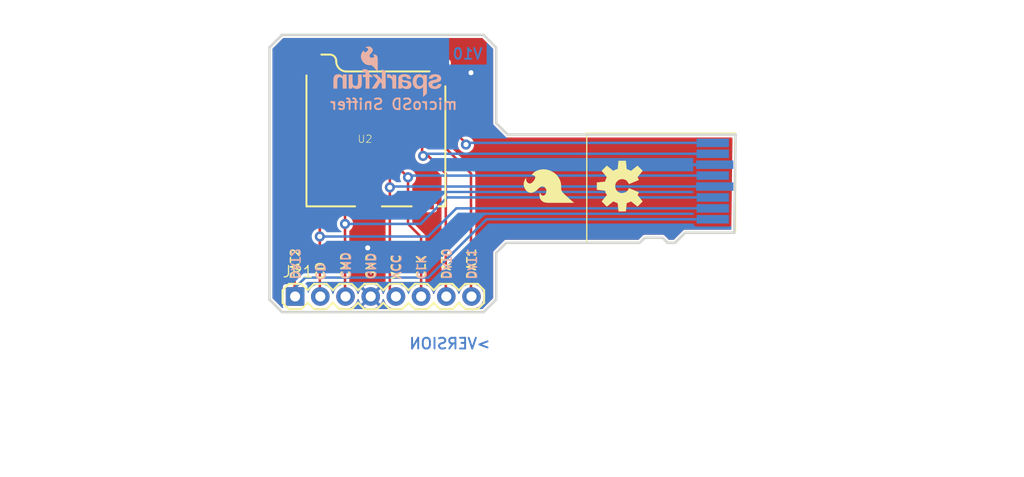
<source format=kicad_pcb>
(kicad_pcb (version 20211014) (generator pcbnew)
  (layers (0 "F.Cu" signal) (1 "In1.Cu" signal) (2 "In2.Cu" signal) (3 "In3.Cu" signal) (4 "In4.Cu" signal) (5 "In5.Cu" signal) (6 "In6.Cu" signal) (7 "In7.Cu" signal) (8 "In8.Cu" signal) (9 "In9.Cu" signal) (10 "In10.Cu" signal) (11 "In11.Cu" signal) (12 "In12.Cu" signal) (13 "In13.Cu" signal) (14 "In14.Cu" signal) (31 "B.Cu" signal) (34 "B.Paste" user) (35 "F.Paste" user) (36 "B.SilkS" user "B.Silkscreen") (37 "F.SilkS" user "F.Silkscreen") (38 "B.Mask" user) (39 "F.Mask" user) (44 "Edge.Cuts" user))
  (net 0 "")
  (net 1 "GND")
  (net 2 "VCC")
  (net 3 "DAT1")
  (net 4 "DAT0")
  (net 5 "CLK")
  (net 6 "CMD")
  (net 7 "CD/DAT3")
  (net 8 "DAT2")
  (footprint "eagleBoard:FIDUCIAL-1X2" (layer "F.Cu") (at 126.2761 93.5736)
    (fp_text reference "FID1" hide)
    (fp_text value "FIDUCIAL1X2" hide)
    (pad "1" smd roundrect (at 0 0) (size 1 1) (layers "F.Cu" "F.Mask") (roundrect_rratio 0.5))
  )
  (footprint "eagleBoard:MICRO-SDCARD" (layer "F.Cu") (at 171.9961 111.0742 90)
    (fp_text reference "U1" hide)
    (fp_text value "MICRO-SDCARD" hide)
    (fp_line (start -0.84 -15) (end -0.84 -9.6) (layer "F.SilkS") (width 0.127))
    (fp_line (start 10.16 -15) (end -0.84 -15) (layer "F.SilkS") (width 0.127))
    (fp_line (start -0.84 -9.6) (end -0.44 -9.2) (layer "F.SilkS") (width 0.127))
    (fp_line (start -0.84 -6) (end 0.16 -5) (layer "F.SilkS") (width 0.127))
    (fp_line (start 0.16 -5) (end 0.16 0) (layer "F.SilkS") (width 0.127))
    (fp_line (start -0.84 -7) (end -0.84 -6) (layer "F.SilkS") (width 0.127))
    (fp_line (start -0.44 -9.2) (end -0.44 -7.4) (layer "F.SilkS") (width 0.127))
    (fp_line (start -0.44 -7.4) (end -0.84 -7) (layer "F.SilkS") (width 0.127))
    (fp_line (start 10.16 0) (end 10.16 -15) (layer "F.SilkS") (width 0.127))
    (fp_line (start 0.16 0) (end 10.16 0) (layer "F.SilkS") (width 0.127))
    (pad "CD/DAT3" smd rect (at 2.56 -2.3 90) (size 0.85 3.25) (layers "B.Cu" "B.Paste" "B.Mask") (net 7 "CD/DAT3"))
    (pad "CLK" smd rect (at 5.86 -2.3 90) (size 0.85 3.25) (layers "B.Cu" "B.Paste" "B.Mask") (net 5 "CLK"))
    (pad "CMD" smd rect (at 3.66 -2.3 90) (size 0.85 3.25) (layers "B.Cu" "B.Paste" "B.Mask") (net 6 "CMD"))
    (pad "DAT0" smd rect (at 8.06 -2.3 90) (size 0.85 3.25) (layers "B.Cu" "B.Paste" "B.Mask") (net 4 "DAT0"))
    (pad "DAT1" smd rect (at 9.16 -2.3 90) (size 0.85 3.25) (layers "B.Cu" "B.Paste" "B.Mask") (net 3 "DAT1"))
    (pad "DAT2" smd rect (at 1.46 -2.3 90) (size 0.85 3.25) (layers "B.Cu" "B.Paste" "B.Mask") (net 8 "DAT2"))
    (pad "GND" smd rect (at 6.96 -2.1 270) (size 0.85 3.75) (layers "B.Cu" "B.Paste" "B.Mask") (net 1 "GND"))
    (pad "VCC" smd rect (at 4.76 -2.1 90) (size 0.85 3.75) (layers "B.Cu" "B.Paste" "B.Mask") (net 2 "VCC"))
  )
  (footprint "eagleBoard:1X08" (layer "F.Cu") (at 127.5969 117.3988)
    (fp_text reference "JP1" (at -1.3462 -1.8288) (layer "F.SilkS") (effects (font (size 1.143 1.143) (thickness 0.127)) (justify left bottom)))
    (fp_text value "")
    (fp_line (start 15.875 1.27) (end 14.605 1.27) (layer "F.SilkS") (width 0.2032))
    (fp_line (start 17.145 -1.27) (end 18.415 -1.27) (layer "F.SilkS") (width 0.2032))
    (fp_line (start -1.27 -0.635) (end -1.27 0.635) (layer "F.SilkS") (width 0.2032))
    (fp_line (start 3.81 0.635) (end 3.175 1.27) (layer "F.SilkS") (width 0.2032))
    (fp_line (start 9.525 1.27) (end 8.89 0.635) (layer "F.SilkS") (width 0.2032))
    (fp_line (start 18.415 1.27) (end 17.145 1.27) (layer "F.SilkS") (width 0.2032))
    (fp_line (start 10.795 -1.27) (end 11.43 -0.635) (layer "F.SilkS") (width 0.2032))
    (fp_line (start 8.89 -0.635) (end 9.525 -1.27) (layer "F.SilkS") (width 0.2032))
    (fp_line (start 4.445 1.27) (end 3.81 0.635) (layer "F.SilkS") (width 0.2032))
    (fp_line (start 18.415 -1.27) (end 19.05 -0.635) (layer "F.SilkS") (width 0.2032))
    (fp_line (start 19.05 0.635) (end 18.415 1.27) (layer "F.SilkS") (width 0.2032))
    (fp_line (start 13.97 0.635) (end 13.335 1.27) (layer "F.SilkS") (width 0.2032))
    (fp_line (start 10.795 1.27) (end 9.525 1.27) (layer "F.SilkS") (width 0.2032))
    (fp_line (start 13.97 0.635) (end 14.605 1.27) (layer "F.SilkS") (width 0.2032))
    (fp_line (start 12.065 1.27) (end 11.43 0.635) (layer "F.SilkS") (width 0.2032))
    (fp_line (start 4.445 -1.27) (end 5.715 -1.27) (layer "F.SilkS") (width 0.2032))
    (fp_line (start 6.985 -1.27) (end 8.255 -1.27) (layer "F.SilkS") (width 0.2032))
    (fp_line (start 0.635 -1.27) (end 1.27 -0.635) (layer "F.SilkS") (width 0.2032))
    (fp_line (start 8.255 1.27) (end 6.985 1.27) (layer "F.SilkS") (width 0.2032))
    (fp_line (start 16.51 0.635) (end 15.875 1.27) (layer "F.SilkS") (width 0.2032))
    (fp_line (start 11.43 0.635) (end 10.795 1.27) (layer "F.SilkS") (width 0.2032))
    (fp_line (start 3.81 -0.635) (end 4.445 -1.27) (layer "F.SilkS") (width 0.2032))
    (fp_line (start -0.635 -1.27) (end 0.635 -1.27) (layer "F.SilkS") (width 0.2032))
    (fp_line (start 17.145 -1.27) (end 16.51 -0.635) (layer "F.SilkS") (width 0.2032))
    (fp_line (start 8.89 0.635) (end 8.255 1.27) (layer "F.SilkS") (width 0.2032))
    (fp_line (start 1.905 -1.27) (end 3.175 -1.27) (layer "F.SilkS") (width 0.2032))
    (fp_line (start 3.175 1.27) (end 1.905 1.27) (layer "F.SilkS") (width 0.2032))
    (fp_line (start 14.605 -1.27) (end 13.97 -0.635) (layer "F.SilkS") (width 0.2032))
    (fp_line (start 9.525 -1.27) (end 10.795 -1.27) (layer "F.SilkS") (width 0.2032))
    (fp_line (start -0.635 -1.27) (end -1.27 -0.635) (layer "F.SilkS") (width 0.2032))
    (fp_line (start 14.605 -1.27) (end 15.875 -1.27) (layer "F.SilkS") (width 0.2032))
    (fp_line (start 1.27 -0.635) (end 1.905 -1.27) (layer "F.SilkS") (width 0.2032))
    (fp_line (start 1.27 0.635) (end 0.635 1.27) (layer "F.SilkS") (width 0.2032))
    (fp_line (start 0.635 1.27) (end -0.635 1.27) (layer "F.SilkS") (width 0.2032))
    (fp_line (start 6.985 -1.27) (end 6.35 -0.635) (layer "F.SilkS") (width 0.2032))
    (fp_line (start 6.35 0.635) (end 5.715 1.27) (layer "F.SilkS") (width 0.2032))
    (fp_line (start 19.05 -0.635) (end 19.05 0.635) (layer "F.SilkS") (width 0.2032))
    (fp_line (start 6.35 0.635) (end 6.985 1.27) (layer "F.SilkS") (width 0.2032))
    (fp_line (start 13.335 1.27) (end 12.065 1.27) (layer "F.SilkS") (width 0.2032))
    (fp_line (start 1.905 1.27) (end 1.27 0.635) (layer "F.SilkS") (width 0.2032))
    (fp_line (start 8.255 -1.27) (end 8.89 -0.635) (layer "F.SilkS") (width 0.2032))
    (fp_line (start -1.27 0.635) (end -0.635 1.27) (layer "F.SilkS") (width 0.2032))
    (fp_line (start 5.715 -1.27) (end 6.35 -0.635) (layer "F.SilkS") (width 0.2032))
    (fp_line (start 13.335 -1.27) (end 13.97 -0.635) (layer "F.SilkS") (width 0.2032))
    (fp_line (start 5.715 1.27) (end 4.445 1.27) (layer "F.SilkS") (width 0.2032))
    (fp_line (start 11.43 -0.635) (end 12.065 -1.27) (layer "F.SilkS") (width 0.2032))
    (fp_line (start 15.875 -1.27) (end 16.51 -0.635) (layer "F.SilkS") (width 0.2032))
    (fp_line (start 16.51 0.635) (end 17.145 1.27) (layer "F.SilkS") (width 0.2032))
    (fp_line (start 12.065 -1.27) (end 13.335 -1.27) (layer "F.SilkS") (width 0.2032))
    (fp_line (start 3.175 -1.27) (end 3.81 -0.635) (layer "F.SilkS") (width 0.2032))
    (pad "1" thru_hole rect (at 0 0 90) (size 1.8796 1.8796) (drill 1.016) (layers *.Cu *.Mask) (net 8 "DAT2"))
    (pad "2" thru_hole circle (at 2.54 0 90) (size 1.8796 1.8796) (drill 1.016) (layers *.Cu *.Mask) (net 7 "CD/DAT3"))
    (pad "3" thru_hole circle (at 5.08 0 90) (size 1.8796 1.8796) (drill 1.016) (layers *.Cu *.Mask) (net 6 "CMD"))
    (pad "4" thru_hole circle (at 7.62 0 90) (size 1.8796 1.8796) (drill 1.016) (layers *.Cu *.Mask) (net 1 "GND"))
    (pad "5" thru_hole circle (at 10.16 0 90) (size 1.8796 1.8796) (drill 1.016) (layers *.Cu *.Mask) (net 2 "VCC"))
    (pad "6" thru_hole circle (at 12.7 0 90) (size 1.8796 1.8796) (drill 1.016) (layers *.Cu *.Mask) (net 5 "CLK"))
    (pad "7" thru_hole circle (at 15.24 0 90) (size 1.8796 1.8796) (drill 1.016) (layers *.Cu *.Mask) (net 4 "DAT0"))
    (pad "8" thru_hole circle (at 17.78 0 90) (size 1.8796 1.8796) (drill 1.016) (layers *.Cu *.Mask) (net 3 "DAT1"))
  )
  (footprint "eagleBoard:OSHW-LOGO-M" (layer "F.Cu") (at 160.5661 106.2736 90)
    (fp_text reference "LOGO1" hide)
    (fp_text value "OSHW-LOGOM" hide)
    (fp_poly (pts (xy 0.456253 -1.731155) (xy 0.686517 -1.657461) (xy 0.90147 -1.546765) (xy 1.544319 -2.070947) (xy 2.070947 -1.544319) (xy 1.546765 -0.90147) (xy 1.657461 -0.686517) (xy 1.731155 -0.456253) (xy 2.5564 -0.372471) (xy 2.5564 0.372471) (xy 1.726849 0.456691) (xy 1.54403 0.898116) (xy 2.070947 1.544319) (xy 1.544319 2.070947) (xy 0.901485 1.546777) (xy 0.619704 1.692011) (xy 0.20689 0.695413) (xy 0.531536 0.463602) (xy 0.620727 0.335903) (xy 0.680465 0.187343) (xy 0.705181 0.029147) (xy 0.693603 -0.130552) (xy 0.646327 -0.283537) (xy 0.56579 -0.421919) (xy 0.456131 -0.538592) (xy 0.322994 -0.627547) (xy 0.173234 -0.684204) (xy 0.014564 -0.705647) (xy -0.144865 -0.690774) (xy -0.296837 -0.64035) (xy -0.433527 -0.556972) (xy -0.547914 -0.444923) (xy -0.634099 -0.309982) (xy -0.68765 -0.159084) (xy -0.705283 -0.004638) (xy -0.626355 0.324166) (xy -0.536691 0.458355) (xy -0.414859 0.570967) (xy -0.204203 0.688924) (xy -0.618435 1.688948) (xy -0.821394 1.594769) (xy -0.90323 1.5482) (xy -1.544319 2.070947) (xy -2.070947 1.544319) (xy -1.54403 0.898116) (xy -1.726849 0.456691) (xy -2.5564 0.372471) (xy -2.5564 -0.372471) (xy -1.726849 -0.456691) (xy -1.54403 -0.898116) (xy -2.070947 -1.544319) (xy -1.544319 -2.070947) (xy -0.90147 -1.546765) (xy -0.686517 -1.657461) (xy -0.456253 -1.731155) (xy -0.372471 -2.5564) (xy 0.372471 -2.5564)) (layer "F.SilkS") (width 0) (fill solid))
  )
  (footprint "eagleBoard:MICROSD_1_1" (layer "F.Cu") (at 128.770381 108.313222)
    (fp_text reference "U2" (at 5.08 -6.35) (layer "F.SilkS") (effects (font (size 0.747776 0.747776) (thickness 0.065024)) (justify left bottom)))
    (fp_text value "microSD Socket")
    (fp_line (start 2.27 -15.3) (end 1.47 -15.3) (layer "F.SilkS") (width 0.2032))
    (fp_line (start -0.03 0) (end -0.03 -13.2) (layer "F.SilkS") (width 0.2032))
    (fp_line (start -0.03 0) (end 4.87 0) (layer "F.SilkS") (width 0.2032))
    (fp_line (start 10.57 0) (end 7.57 0) (layer "F.SilkS") (width 0.2032))
    (fp_line (start 13.97 0) (end 13.27 0) (layer "F.SilkS") (width 0.2032))
    (fp_line (start 3.97 -13.6) (end 12.37 -13.6) (layer "F.SilkS") (width 0.2032))
    (fp_line (start 13.97 -12.1) (end 13.97 0) (layer "F.SilkS") (width 0.2032))
    (fp_arc (start 2.27 -15.3) (mid 2.780977 -15.110977) (end 2.97 -14.6) (layer "F.SilkS") (width 0.2032))
    (fp_arc (start 3.969998 -13.6) (mid 3.269999 -13.9) (end 2.97 -14.6) (layer "F.SilkS") (width 0.2032))
    (pad "1" smd rect (at 5.095784 -10.919203) (size 0.8 1.5) (layers "F.Cu" "F.Paste" "F.Mask") (net 8 "DAT2"))
    (pad "2" smd rect (at 6.217631 -10.519456) (size 0.8 1.5) (layers "F.Cu" "F.Paste" "F.Mask") (net 7 "CD/DAT3"))
    (pad "3" smd rect (at 7.273687 -10.853415) (size 0.8 1.5) (layers "F.Cu" "F.Paste" "F.Mask") (net 6 "CMD"))
    (pad "4" smd rect (at 8.366575 -10.982296) (size 0.8 1.5) (layers "F.Cu" "F.Paste" "F.Mask") (net 2 "VCC"))
    (pad "5" smd rect (at 9.420856 -10.828015) (size 0.8 1.5) (layers "F.Cu" "F.Paste" "F.Mask") (net 5 "CLK"))
    (pad "6" smd rect (at 10.539143 -10.973153) (size 0.8 1.5) (layers "F.Cu" "F.Paste" "F.Mask") (net 1 "GND"))
    (pad "7" smd rect (at 11.648287 -10.818871) (size 0.8 1.5) (layers "F.Cu" "F.Paste" "F.Mask") (net 4 "DAT0"))
    (pad "8" smd rect (at 12.720856 -10.818871) (size 0.8 1.5) (layers "F.Cu" "F.Paste" "F.Mask") (net 3 "DAT1"))
    (pad "CD1" smd rect (at 11.92 -0.4) (size 1.8 1.4) (layers "F.Cu" "F.Paste" "F.Mask") (net 1 "GND"))
    (pad "CD2" smd rect (at 6.22 -0.4) (size 1.8 1.4) (layers "F.Cu" "F.Paste" "F.Mask") (net 1 "GND"))
    (pad "GND1" smd rect (at 0.497 -14.55) (size 1.4 1.9) (layers "F.Cu" "F.Paste" "F.Mask") (net 1 "GND"))
    (pad "GND3" smd rect (at 13.52 -13.55) (size 1.4 1.9) (layers "F.Cu" "F.Paste" "F.Mask") (net 1 "GND"))
  )
  (footprint "eagleBoard:SFE_LOGO_FLAME_.2" (layer "F.Cu") (at 155.9941 108.3056 90)
    (fp_text reference "LOGO2" hide)
    (fp_text value "SFE_LOGO_FLAME.2_INCH" hide)
    (fp_poly (pts (xy 2.350408 -5.352523) (xy 2.530814 -5.30241) (xy 2.681118 -5.242289) (xy 2.801381 -5.172135) (xy 2.871448 -5.122087) (xy 2.908389 -5.09746) (xy 2.889687 -5.09746) (xy 2.849688 -5.10746) (xy 2.720136 -5.10746) (xy 2.630453 -5.097495) (xy 2.550888 -5.077604) (xy 2.471429 -5.037874) (xy 2.39184 -4.968234) (xy 2.352152 -4.918625) (xy 2.322316 -4.858952) (xy 2.30246 -4.809312) (xy 2.292575 -4.75) (xy 2.302481 -4.690561) (xy 2.322333 -4.621079) (xy 2.362134 -4.561378) (xy 2.412001 -4.481591) (xy 2.461723 -4.431869) (xy 2.531572 -4.371998) (xy 2.671313 -4.272184) (xy 2.750927 -4.232377) (xy 2.890355 -4.19254) (xy 2.959477 -4.19254) (xy 3.028551 -4.222143) (xy 3.077983 -4.271575) (xy 3.107574 -4.320894) (xy 3.127418 -4.439957) (xy 3.11746 -4.489748) (xy 3.11746 -4.554583) (xy 3.281592 -4.452001) (xy 3.452057 -4.281535) (xy 3.582326 -4.041038) (xy 3.682475 -3.760623) (xy 3.732551 -3.430119) (xy 3.71252 -3.079583) (xy 3.612378 -2.71907) (xy 3.422151 -2.348628) (xy 3.281933 -2.168348) (xy 3.13171 -2.00811) (xy 2.961453 -1.877913) (xy 2.771205 -1.757757) (xy 2.570861 -1.667602) (xy 2.350494 -1.607502) (xy 2.110158 -1.57746) (xy 1.720342 -1.57746) (xy 1.610861 -1.547602) (xy 1.501268 -1.497787) (xy 1.401581 -1.428006) (xy 1.301749 -1.338157) (xy 1.191873 -1.228281) (xy 1.081901 -1.098315) (xy 0.951861 -0.958272) (xy 0.831866 -0.828277) (xy 0.721916 -0.708332) (xy 0.62192 -0.588337) (xy 0.531948 -0.488367) (xy 0.461968 -0.398393) (xy 0.401865 -0.328273) (xy 0.362088 -0.288496) (xy 0.34746 -0.25924) (xy 0.34746 -2.840067) (xy 0.357468 -3.030225) (xy 0.377504 -3.190509) (xy 0.417635 -3.330969) (xy 0.477869 -3.441397) (xy 0.548092 -3.531684) (xy 0.628382 -3.611974) (xy 0.718811 -3.67226) (xy 0.819192 -3.712412) (xy 0.929416 -3.742474) (xy 1.029748 -3.76254) (xy 1.210181 -3.76254) (xy 1.280661 -3.752471) (xy 1.330863 -3.73239) (xy 1.360413 -3.72254) (xy 1.376132 -3.72254) (xy 1.361505 -3.707912) (xy 1.341136 -3.697728) (xy 1.301041 -3.677681) (xy 1.251257 -3.657767) (xy 1.211552 -3.627989) (xy 1.161697 -3.588105) (xy 1.121924 -3.548332) (xy 1.09228 -3.508806) (xy 1.07254 -3.449587) (xy 1.07254 -3.380355) (xy 1.092377 -3.310927) (xy 1.122088 -3.251504) (xy 1.181723 -3.191869) (xy 1.251276 -3.132252) (xy 1.340734 -3.102433) (xy 1.450342 -3.07254) (xy 1.609645 -3.07254) (xy 1.748921 -3.112333) (xy 1.868325 -3.191936) (xy 1.957737 -3.291282) (xy 1.99746 -3.420383) (xy 1.99746 -3.559436) (xy 1.927848 -3.708605) (xy 1.79814 -3.858268) (xy 1.628085 -4.028323) (xy 1.497836 -4.198649) (xy 1.407627 -4.379066) (xy 1.35746 -4.549634) (xy 1.35746 -4.720435) (xy 1.417717 -4.891162) (xy 1.528109 -5.051733) (xy 1.69859 -5.192129) (xy 1.929117 -5.312404) (xy 2.149778 -5.362554)) (layer "F.SilkS") (width 0) (fill solid))
  )
  (footprint "eagleBoard:FIDUCIAL-1X2" (layer "F.Cu") (at 147.1041 111.6076)
    (fp_text reference "FID2" hide)
    (fp_text value "FIDUCIAL1X2" hide)
    (pad "1" smd roundrect (at 0 0) (size 1 1) (layers "F.Cu" "F.Mask") (roundrect_rratio 0.5))
  )
  (footprint "eagleBoard:CREATIVE_COMMONS" (layer "F.Cu") (at 118.166622 132.9436)
    (fp_text reference "FRAME1" hide)
    (fp_text value "" hide)
    (fp_text user ">VERSION" (at 29.21 -10.16) (layer "B.Cu") (effects (font (size 1.0795 1.0795) (thickness 0.1905)) (justify left bottom mirror)))
  )
  (footprint "eagleBoard:SFE_LOGO_NAME_FLAME_.1" (layer "B.Cu") (at 142.7861 97.3836 180)
    (fp_text reference "LOGO3" hide)
    (fp_text value "SFE_LOGO_NAME_FLAME.1_INCH" hide)
    (fp_poly (pts (xy 2.850522 2.382511) (xy 2.991123 2.332296) (xy 3.101656 2.261957) (xy 3.192029 2.161542) (xy 3.262327 2.051075) (xy 3.30246 1.920641) (xy 3.332522 1.780352) (xy 3.34272 1.627389) (xy 2.94746 1.637524) (xy 2.94746 1.729845) (xy 2.937517 1.809388) (xy 2.907648 1.889039) (xy 2.87781 1.958661) (xy 2.828285 2.018091) (xy 2.768789 2.057755) (xy 2.699342 2.087518) (xy 2.610018 2.097443) (xy 2.530612 2.087517) (xy 2.451271 2.057764) (xy 2.401787 2.018177) (xy 2.35219 1.958661) (xy 2.322352 1.889039) (xy 2.292483 1.809388) (xy 2.28254 1.729845) (xy 2.28254 1.560312) (xy 2.322414 1.400818) (xy 2.352143 1.331449) (xy 2.401716 1.281876) (xy 2.461214 1.232295) (xy 2.530494 1.2125) (xy 2.619982 1.202557) (xy 2.699531 1.212501) (xy 2.778821 1.232323) (xy 2.838177 1.281787) (xy 2.8778 1.331315) (xy 2.908702 1.403418) (xy 3.253521 1.24115) (xy 3.192055 1.128463) (xy 3.101655 1.038063) (xy 2.991176 0.957715) (xy 2.870575 0.917514) (xy 2.719958 0.897432) (xy 2.659582 0.907495) (xy 2.599582 0.917495) (xy 2.539206 0.927557) (xy 2.478777 0.957772) (xy 2.428693 0.987822) (xy 2.378302 1.018057) (xy 2.338017 1.068413) (xy 2.298779 1.11746) (xy 2.29254 1.11746) (xy 2.29254 0.093868) (xy 2.198303 0.188105) (xy 2.098413 0.268017) (xy 2.048303 0.308104) (xy 1.998204 0.358204) (xy 1.958303 0.398105) (xy 1.90746 0.438779) (xy 1.90746 2.291983) (xy 1.949443 2.302479) (xy 1.999748 2.31254) (xy 2.049688 2.31254) (xy 2.089443 2.322479) (xy 2.139452 2.332481) (xy 2.179443 2.342479) (xy 2.229502 2.352491) (xy 2.28254 2.363098) (xy 2.28254 2.187241) (xy 2.318104 2.231697) (xy 2.358303 2.271896) (xy 2.408547 2.31209) (xy 2.458693 2.342178) (xy 2.509107 2.372426) (xy 2.569582 2.382505) (xy 2.62979 2.39254) (xy 2.700085 2.39254)) (layer "B.SilkS") (width 0) (fill solid))
    (fp_poly (pts (xy 4.320253 2.38254) (xy 4.380252 2.38254) (xy 4.430727 2.372445) (xy 4.480723 2.352446) (xy 4.530727 2.342445) (xy 4.581255 2.322234) (xy 4.621524 2.292032) (xy 4.661524 2.262032) (xy 4.701814 2.231814) (xy 4.732169 2.191341) (xy 4.752319 2.151041) (xy 4.772445 2.100727) (xy 4.78254 2.050252) (xy 4.78254 1.1806) (xy 4.79254 1.1606) (xy 4.79254 1.0706) (xy 4.80254 1.0506) (xy 4.80254 1.0306) (xy 4.81254 1.0106) (xy 4.81254 0.9806) (xy 4.822088 0.961504) (xy 4.83254 0.951052) (xy 4.83254 0.93746) (xy 4.43746 0.93746) (xy 4.43746 0.948948) (xy 4.42746 0.958948) (xy 4.42746 0.968948) (xy 4.41746 0.978948) (xy 4.41746 1.008948) (xy 4.40746 1.018948) (xy 4.40746 1.071611) (xy 4.391832 1.048168) (xy 4.361619 1.028027) (xy 4.341618 1.008026) (xy 4.311126 0.987698) (xy 4.281124 0.977697) (xy 4.251126 0.957698) (xy 4.220803 0.94759) (xy 4.160803 0.92759) (xy 4.130412 0.91746) (xy 4.100413 0.91746) (xy 4.070412 0.90746) (xy 4.030413 0.90746) (xy 4.000412 0.89746) (xy 3.889748 0.89746) (xy 3.839747 0.90746) (xy 3.789687 0.90746) (xy 3.749217 0.917578) (xy 3.698959 0.937681) (xy 3.658723 0.957799) (xy 3.628726 0.977797) (xy 3.588495 0.997912) (xy 3.558026 1.028382) (xy 3.537929 1.058528) (xy 3.507926 1.098532) (xy 3.487608 1.129009) (xy 3.477576 1.179169) (xy 3.45746 1.2194) (xy 3.45746 1.269747) (xy 3.447414 1.319977) (xy 3.467533 1.430632) (xy 3.49767 1.521042) (xy 3.538013 1.591642) (xy 3.60853 1.652086) (xy 3.678917 1.692307) (xy 3.759244 1.722429) (xy 3.83955 1.742506) (xy 3.931674 1.752742) (xy 4.013317 1.538428) (xy 3.980974 1.527647) (xy 3.961504 1.517912) (xy 3.951505 1.507912) (xy 3.931136 1.497728) (xy 3.911504 1.487912) (xy 3.901505 1.477912) (xy 3.881893 1.468107) (xy 3.85254 1.4094) (xy 3.85254 1.3894) (xy 3.84254 1.3694) (xy 3.84254 1.320413) (xy 3.85254 1.290412) (xy 3.85254 1.2706) (xy 3.862088 1.251504) (xy 3.872088 1.241505) (xy 3.881893 1.221893) (xy 3.901505 1.212088) (xy 3.911504 1.202088) (xy 3.9506 1.18254) (xy 3.9706 1.18254) (xy 3.9906 1.17254) (xy 4.0106 1.17254) (xy 4.0306 1.16254) (xy 4.079747 1.16254) (xy 4.129748 1.17254) (xy 4.1794 1.17254) (xy 4.219113 1.192397) (xy 4.258958 1.202357) (xy 4.288381 1.221973) (xy 4.308027 1.241619) (xy 4.328026 1.271618) (xy 4.34778 1.291372) (xy 4.367647 1.350974) (xy 4.377647 1.370974) (xy 4.38746 1.400413) (xy 4.38746 1.623868) (xy 4.371052 1.60746) (xy 4.3506 1.60746) (xy 4.3106 1.58746) (xy 4.2906 1.58746) (xy 4.2706 1.57746) (xy 4.228017 1.57746) (xy 4.17694 1.781767) (xy 4.249239 1.802424) (xy 4.308933 1.822322) (xy 4.358267 1.851922) (xy 4.38746 1.890847) (xy 4.38746 1.9994) (xy 4.357912 2.058496) (xy 4.347912 2.068495) (xy 4.338107 2.088107) (xy 4.2794 2.11746) (xy 4.2594 2.11746) (xy 4.2394 2.12746) (xy 4.0606 2.12746) (xy 3.961504 2.077912) (xy 3.922088 2.038496) (xy 3.912353 2.019026) (xy 3.902353 1.989026) (xy 3.89254 1.9694) (xy 3.89254 1.91746) (xy 3.497002 1.91746) (xy 3.507495 1.980418) (xy 3.517527 2.040614) (xy 3.537721 2.101194) (xy 3.567889 2.141419) (xy 3.597889 2.191419) (xy 3.628186 2.231814) (xy 3.668581 2.262111) (xy 3.718693 2.292178) (xy 3.768868 2.322283) (xy 3.819273 2.342445) (xy 3.869347 2.35246) (xy 3.929386 2.372473) (xy 3.989522 2.382495) (xy 4.039748 2.39254) (xy 4.270252 2.39254)) (layer "B.SilkS") (width 0) (fill solid))
    (fp_poly (pts (xy 4.232958 1.578639) (xy 4.2106 1.56746) (xy 4.190413 1.56746) (xy 4.160412 1.55746) (xy 4.120413 1.55746) (xy 4.090412 1.54746) (xy 4.0506 1.54746) (xy 4.0306 1.53746) (xy 4.00825 1.53746) (xy 3.926458 1.752162) (xy 4.01972 1.762524) (xy 4.10968 1.77252) (xy 4.181909 1.782838)) (layer "B.SilkS") (width 0) (fill solid))
    (fp_poly (pts (xy 1.310594 2.372474) (xy 1.410884 2.342387) (xy 1.501294 2.302204) (xy 1.581814 2.241814) (xy 1.642169 2.161341) (xy 1.692443 2.060794) (xy 1.712998 1.93746) (xy 1.337918 1.93746) (xy 1.327554 1.989277) (xy 1.30774 2.038811) (xy 1.288169 2.068169) (xy 1.258726 2.087797) (xy 1.218952 2.107684) (xy 1.169512 2.12746) (xy 1.000413 2.12746) (xy 0.970711 2.117559) (xy 0.930716 2.107561) (xy 0.901629 2.097865) (xy 0.86254 2.039232) (xy 0.86254 2.000312) (xy 0.87234 1.961114) (xy 0.901814 1.921814) (xy 0.94134 1.89217) (xy 1.000974 1.862353) (xy 1.060568 1.842488) (xy 1.140467 1.832501) (xy 1.220616 1.812464) (xy 1.38056 1.772478) (xy 1.470926 1.752396) (xy 1.54126 1.712205) (xy 1.611454 1.672094) (xy 1.671909 1.621715) (xy 1.712243 1.561215) (xy 1.742483 1.490655) (xy 1.752562 1.399946) (xy 1.732472 1.269367) (xy 1.692258 1.158778) (xy 1.631873 1.078263) (xy 1.551427 1.007874) (xy 1.450911 0.957616) (xy 1.340544 0.927516) (xy 1.220315 0.907477) (xy 1.1 0.897451) (xy 0.979685 0.907477) (xy 0.859456 0.927516) (xy 0.749089 0.957616) (xy 0.648573 1.007874) (xy 0.568144 1.078249) (xy 0.497775 1.168724) (xy 0.457534 1.269327) (xy 0.437039 1.40254) (xy 0.81254 1.40254) (xy 0.81254 1.340488) (xy 0.832233 1.291257) (xy 0.861814 1.251814) (xy 0.941029 1.192403) (xy 1.000458 1.182499) (xy 1.050478 1.172495) (xy 1.109896 1.162592) (xy 1.149687 1.17254) (xy 1.189688 1.17254) (xy 1.229112 1.182396) (xy 1.26866 1.20217) (xy 1.308332 1.231924) (xy 1.337707 1.261299) (xy 1.357382 1.34) (xy 1.347604 1.379112) (xy 1.327996 1.418328) (xy 1.288581 1.447889) (xy 1.238933 1.477678) (xy 1.179284 1.497561) (xy 1.019452 1.537519) (xy 0.919475 1.557515) (xy 0.829275 1.577559) (xy 0.749053 1.607642) (xy 0.678866 1.637723) (xy 0.608664 1.677838) (xy 0.548168 1.718168) (xy 0.507757 1.778785) (xy 0.477517 1.849345) (xy 0.467448 1.939965) (xy 0.4775 2.06059) (xy 0.517803 2.161346) (xy 0.588209 2.24181) (xy 0.658584 2.302132) (xy 0.759168 2.352424) (xy 0.859524 2.372495) (xy 0.969771 2.39254) (xy 1.200229 2.39254)) (layer "B.SilkS") (width 0) (fill solid))
    (fp_poly (pts (xy 10.950429 2.382516) (xy 11.060965 2.35237) (xy 11.151545 2.302048) (xy 11.222001 2.231592) (xy 11.272335 2.151057) (xy 11.302474 2.050594) (xy 11.322522 1.940325) (xy 11.33254 1.810098) (xy 11.33254 0.93746) (xy 10.93746 0.93746) (xy 10.93746 1.739845) (xy 10.92748 1.819685) (xy 10.917491 1.889606) (xy 10.907574 1.949106) (xy 10.877889 1.998581) (xy 10.848267 2.038078) (xy 10.799071 2.067595) (xy 10.749522 2.077505) (xy 10.689948 2.087434) (xy 10.610367 2.077487) (xy 10.550894 2.067574) (xy 10.501698 2.038056) (xy 10.462091 1.988548) (xy 10.432269 1.938844) (xy 10.402482 1.869342) (xy 10.39254 1.779864) (xy 10.39254 0.93746) (xy 9.99746 0.93746) (xy 9.99746 2.36254) (xy 10.37254 2.36254) (xy 10.37254 2.16254) (xy 10.378641 2.16254) (xy 10.418026 2.221618) (xy 10.458303 2.261896) (xy 10.508499 2.302052) (xy 10.568874 2.342302) (xy 10.629197 2.36241) (xy 10.689386 2.382473) (xy 10.74979 2.39254) (xy 10.810091 2.39254)) (layer "B.SilkS") (width 0) (fill solid))
    (fp_poly (pts (xy 8.37254 2.88157) (xy 8.37254 2.59746) (xy 8.200312 2.59746) (xy 8.160888 2.587604) (xy 8.121739 2.568029) (xy 8.102203 2.538726) (xy 8.09254 2.5194) (xy 8.09254 2.479687) (xy 8.08254 2.439688) (xy 8.08254 2.36254) (xy 8.35254 2.36254) (xy 8.35254 2.09746) (xy 8.08254 2.09746) (xy 8.08254 0.93746) (xy 7.69746 0.93746) (xy 7.69746 2.09746) (xy 7.30238 2.09746) (xy 7.348332 2.131924) (xy 7.508332 2.291924) (xy 7.548186 2.321814) (xy 7.57873 2.36254) (xy 7.69746 2.36254) (xy 7.69746 2.560461) (xy 7.727642 2.640947) (xy 7.757811 2.711341) (xy 7.808258 2.771877) (xy 7.878686 2.822183) (xy 7.95906 2.86237) (xy 8.059627 2.89254) (xy 8.3506 2.89254)) (layer "B.SilkS") (width 0) (fill solid))
    (fp_poly (pts (xy 3.342723 1.632471) (xy 3.332519 1.489622) (xy 3.302427 1.35922) (xy 3.251323 1.23657) (xy 2.906799 1.398699) (xy 2.937517 1.480613) (xy 2.94746 1.560155) (xy 2.94746 1.642606)) (layer "B.SilkS") (width 0) (fill solid))
    (fp_poly (pts (xy 7.950848 5.162395) (xy 8.031017 5.132331) (xy 8.091341 5.102169) (xy 8.131668 5.071924) (xy 8.146132 5.05746) (xy 8.109588 5.05746) (xy 8.079587 5.06746) (xy 8.050312 5.06746) (xy 8.010557 5.057521) (xy 7.960831 5.047576) (xy 7.92134 5.02783) (xy 7.881871 4.998229) (xy 7.862303 4.968876) (xy 7.852353 4.939026) (xy 7.842353 4.919026) (xy 7.832678 4.89) (xy 7.842441 4.860711) (xy 7.852357 4.821042) (xy 7.872201 4.791277) (xy 7.892088 4.751504) (xy 7.921619 4.721973) (xy 7.951468 4.702074) (xy 7.991472 4.672071) (xy 8.021274 4.652203) (xy 8.1006 4.61254) (xy 8.169587 4.61254) (xy 8.198876 4.622303) (xy 8.227865 4.641629) (xy 8.24746 4.700413) (xy 8.24746 4.78411) (xy 8.331573 4.742053) (xy 8.412067 4.651498) (xy 8.482313 4.531076) (xy 8.53246 4.390665) (xy 8.562553 4.230166) (xy 8.552521 4.049585) (xy 8.502367 3.86903) (xy 8.402125 3.688595) (xy 8.331908 3.598316) (xy 8.251736 3.518144) (xy 8.171502 3.447939) (xy 8.071132 3.387717) (xy 7.970808 3.347588) (xy 7.860544 3.317516) (xy 7.74021 3.29746) (xy 7.550208 3.29746) (xy 7.490894 3.287574) (xy 7.441452 3.257909) (xy 7.341787 3.178177) (xy 7.291878 3.118285) (xy 7.231796 3.058204) (xy 7.161945 2.988353) (xy 7.111945 2.918353) (xy 7.051876 2.858284) (xy 7.001878 2.798285) (xy 6.951924 2.748332) (xy 6.921924 2.708332) (xy 6.891973 2.678381) (xy 6.871359 2.64746) (xy 6.85746 2.64746) (xy 6.85746 3.930141) (xy 6.867476 4.02028) (xy 6.877505 4.110548) (xy 6.897647 4.170974) (xy 6.927772 4.231223) (xy 6.958149 4.281851) (xy 7.008581 4.312111) (xy 7.048745 4.342234) (xy 7.099057 4.362358) (xy 7.149312 4.38246) (xy 7.20979 4.39254) (xy 7.290313 4.39254) (xy 7.330312 4.38254) (xy 7.3506 4.38254) (xy 7.374288 4.370696) (xy 7.361505 4.357912) (xy 7.341136 4.347728) (xy 7.320974 4.337647) (xy 7.291372 4.32778) (xy 7.251973 4.288381) (xy 7.232303 4.258876) (xy 7.22254 4.229587) (xy 7.22254 4.200413) (xy 7.232353 4.170974) (xy 7.252088 4.131504) (xy 7.281619 4.101973) (xy 7.311189 4.08226) (xy 7.360723 4.062446) (xy 7.410253 4.05254) (xy 7.489688 4.05254) (xy 7.568958 4.072357) (xy 7.628263 4.111894) (xy 7.667733 4.161232) (xy 7.68746 4.220413) (xy 7.68746 4.289477) (xy 7.657823 4.358629) (xy 7.588088 4.438327) (xy 7.588089 4.438328) (xy 7.508095 4.52832) (xy 7.437911 4.608531) (xy 7.387601 4.699089) (xy 7.36746 4.789721) (xy 7.36746 4.870412) (xy 7.397711 4.961166) (xy 7.448099 5.031709) (xy 7.538529 5.112091) (xy 7.649143 5.172426) (xy 7.759771 5.19254) (xy 7.860412 5.19254)) (layer "B.SilkS") (width 0) (fill solid))
    (fp_poly (pts (xy 6.45254 1.85631) (xy 6.938918 2.36254) (xy 7.406216 2.36254) (xy 6.873268 1.839648) (xy 7.464702 0.93746) (xy 6.988585 0.93746) (xy 6.59947 1.566031) (xy 6.45254 1.428896) (xy 6.45254 0.93746) (xy 6.05746 0.93746) (xy 6.05746 2.681517) (xy 6.45254 2.894253)) (layer "B.SilkS") (width 0) (fill solid))
    (fp_poly (pts (xy 8.85254 1.560155) (xy 8.872514 1.400367) (xy 8.882403 1.341029) (xy 8.941733 1.261922) (xy 8.990929 1.232405) (xy 9.040478 1.222495) (xy 9.100052 1.212566) (xy 9.179633 1.222514) (xy 9.239106 1.232426) (xy 9.288426 1.262017) (xy 9.327912 1.301504) (xy 9.357692 1.361064) (xy 9.387525 1.430674) (xy 9.39746 1.510155) (xy 9.39746 2.36254) (xy 9.79254 2.36254) (xy 9.79254 0.93746) (xy 9.41746 0.93746) (xy 9.41746 1.13746) (xy 9.411359 1.13746) (xy 9.372052 1.078499) (xy 9.331807 1.028193) (xy 9.281377 0.987848) (xy 9.221041 0.957681) (xy 9.170874 0.937614) (xy 9.110586 0.917518) (xy 9.040394 0.907491) (xy 8.98012 0.897445) (xy 8.839465 0.907492) (xy 8.728943 0.947682) (xy 8.638542 0.997904) (xy 8.568001 1.058368) (xy 8.517646 1.149007) (xy 8.487526 1.249406) (xy 8.46746 1.359771) (xy 8.46746 2.36254) (xy 8.85254 2.36254)) (layer "B.SilkS") (width 0) (fill solid))
    (fp_poly (pts (xy 5.901052 2.38254) (xy 5.91254 2.38254) (xy 5.91254 2.01746) (xy 5.8994 2.01746) (xy 5.8794 2.02746) (xy 5.770123 2.02746) (xy 5.670438 2.017492) (xy 5.590955 1.997621) (xy 5.521658 1.958022) (xy 5.472094 1.898545) (xy 5.432358 1.829007) (xy 5.412466 1.759386) (xy 5.39254 1.669719) (xy 5.39254 0.93746) (xy 4.99746 0.93746) (xy 4.99746 2.292082) (xy 5.049452 2.302481) (xy 5.089687 2.31254) (xy 5.139747 2.31254) (xy 5.189452 2.322481) (xy 5.229443 2.332479) (xy 5.279502 2.342491) (xy 5.329452 2.352481) (xy 5.37254 2.363253) (xy 5.37254 2.099564) (xy 5.407893 2.161432) (xy 5.448032 2.211607) (xy 5.498213 2.271823) (xy 5.548568 2.312107) (xy 5.618958 2.35233) (xy 5.679249 2.372427) (xy 5.749644 2.39254) (xy 5.891052 2.39254)) (layer "B.SilkS") (width 0) (fill solid))
  )
  (gr_line (start 166.9161 110.9726) (end 165.9001 111.9886) (layer "Edge.Cuts") (width 0.254))
  (gr_line (start 126.2761 91.0336) (end 146.5961 91.0336) (layer "Edge.Cuts") (width 0.254))
  (gr_line (start 171.9961 101.0666) (end 149.0091 101.0666) (layer "Edge.Cuts") (width 0.254))
  (gr_line (start 162.2171 111.9886) (end 148.8821 111.9886) (layer "Edge.Cuts") (width 0.254))
  (gr_line (start 147.8661 92.3036) (end 147.8661 99.9236) (layer "Edge.Cuts") (width 0.254))
  (gr_line (start 165.9001 111.9886) (end 165.1381 111.9886) (layer "Edge.Cuts") (width 0.254))
  (gr_line (start 171.9961 101.0666) (end 171.8691 110.9726) (layer "Edge.Cuts") (width 0.254))
  (gr_line (start 147.8661 99.9236) (end 149.0091 101.0666) (layer "Edge.Cuts") (width 0.254))
  (gr_line (start 171.8691 110.9726) (end 166.9161 110.9726) (layer "Edge.Cuts") (width 0.254))
  (gr_line (start 147.8661 113.0046) (end 148.8821 111.9886) (layer "Edge.Cuts") (width 0.254))
  (gr_line (start 125.0061 117.7036) (end 125.0061 92.3036) (layer "Edge.Cuts") (width 0.254))
  (gr_line (start 146.5961 118.9736) (end 147.8661 117.7036) (layer "Edge.Cuts") (width 0.254))
  (gr_line (start 164.6301 111.4806) (end 162.8521 111.4806) (layer "Edge.Cuts") (width 0.254))
  (gr_line (start 147.8661 117.7036) (end 147.8661 113.0046) (layer "Edge.Cuts") (width 0.254))
  (gr_line (start 162.8521 111.4806) (end 162.3441 111.9886) (layer "Edge.Cuts") (width 0.254))
  (gr_line (start 165.1381 111.9886) (end 164.6301 111.4806) (layer "Edge.Cuts") (width 0.254))
  (gr_line (start 126.2761 118.9736) (end 125.0061 117.7036) (layer "Edge.Cuts") (width 0.254))
  (gr_line (start 146.5961 91.0336) (end 147.8661 92.3036) (layer "Edge.Cuts") (width 0.254))
  (gr_line (start 126.2761 118.9736) (end 146.5961 118.9736) (layer "Edge.Cuts") (width 0.254))
  (gr_line (start 125.0061 92.3036) (end 126.2761 91.0336) (layer "Edge.Cuts") (width 0.254))
  (gr_text "V10" (at 146.5961 93.5736) (layer "B.Cu") (effects (font (size 1.0795 1.0795) (thickness 0.1905)) (justify left bottom mirror)))
  (gr_text "GND" (at 134.7343 115.7478 -90) (layer "B.SilkS") (effects (font (size 0.8636 0.8636) (thickness 0.1524)) (justify left bottom mirror)))
  (gr_text "microSD Sniffer " (at 144.0561 98.6536) (layer "B.SilkS") (effects (font (size 1.0795 1.0795) (thickness 0.1905)) (justify left bottom mirror)))
  (gr_text "VCC" (at 137.2743 115.7478 -90) (layer "B.SilkS") (effects (font (size 0.8636 0.8636) (thickness 0.1524)) (justify left bottom mirror)))
  (gr_text "DAT1" (at 144.8943 115.7478 -90) (layer "B.SilkS") (effects (font (size 0.8636 0.8636) (thickness 0.1524)) (justify left bottom mirror)))
  (gr_text "DAT0" (at 142.3543 115.7478 -90) (layer "B.SilkS") (effects (font (size 0.8636 0.8636) (thickness 0.1524)) (justify left bottom mirror)))
  (gr_text "CD" (at 130.6449 113.9444 -90) (layer "B.SilkS") (effects (font (size 0.8636 0.8636) (thickness 0.1524)) (justify right top mirror)))
  (gr_text "CMD" (at 132.1943 115.7478 -90) (layer "B.SilkS") (effects (font (size 0.8636 0.8636) (thickness 0.1524)) (justify left bottom mirror)))
  (gr_text "CLK" (at 139.8143 115.7478 -90) (layer "B.SilkS") (effects (font (size 0.8636 0.8636) (thickness 0.1524)) (justify left bottom mirror)))
  (gr_text "DAT2" (at 127.1143 115.7478 -90) (layer "B.SilkS") (effects (font (size 0.8636 0.8636) (thickness 0.1524)) (justify left bottom mirror)))
  (gr_text "VCC" (at 138.2649 115.7478 90) (layer "F.SilkS") (effects (font (size 0.8636 0.8636) (thickness 0.1524)) (justify left bottom)))
  (gr_text "DAT0" (at 143.3449 115.7478 90) (layer "F.SilkS") (effects (font (size 0.8636 0.8636) (thickness 0.1524)) (justify left bottom)))
  (gr_text "DAT2" (at 128.1049 115.7478 90) (layer "F.SilkS") (effects (font (size 0.8636 0.8636) (thickness 0.1524)) (justify left bottom)))
  (gr_text "CLK" (at 140.8049 115.7478 90) (layer "F.SilkS") (effects (font (size 0.8636 0.8636) (thickness 0.1524)) (justify left bottom)))
  (gr_text "GND" (at 135.7249 115.7478 90) (layer "F.SilkS") (effects (font (size 0.8636 0.8636) (thickness 0.1524)) (justify left bottom)))
  (gr_text "DAT1" (at 145.8849 115.7478 90) (layer "F.SilkS") (effects (font (size 0.8636 0.8636) (thickness 0.1524)) (justify left bottom)))
  (gr_text "CMD" (at 133.1849 115.7478 90) (layer "F.SilkS") (effects (font (size 0.8636 0.8636) (thickness 0.1524)) (justify left bottom)))
  (gr_text "CD" (at 130.6449 115.7478 90) (layer "F.SilkS") (effects (font (size 0.8636 0.8636) (thickness 0.1524)) (justify left bottom)))
  (via (at 134.9121 112.4966) (size 1.016) (drill 0.508) (layers "F.Cu" "B.Cu") (net 1))
  (via (at 145.3261 94.8436) (size 1.016) (drill 0.508) (layers "F.Cu" "B.Cu") (net 1))
  (segment (start 137.1461 97.340069) (end 137.136956 97.330925) (width 0.254) (layer "F.Cu") (net 2))
  (segment (start 137.1461 106.4006) (end 137.1461 97.340069) (width 0.254) (layer "F.Cu") (net 2))
  (segment (start 137.1461 116.788) (end 137.7569 117.3988) (width 0.254) (layer "F.Cu") (net 2))
  (segment (start 137.1461 106.4006) (end 137.1461 116.788) (width 0.254) (layer "F.Cu") (net 2))
  (segment (start 137.1969 116.8388) (end 137.7569 117.3988) (width 0.254) (layer "F.Cu") (net 2))
  (via (at 137.1461 106.4006) (size 1.016) (drill 0.508) (layers "F.Cu" "B.Cu") (net 2))
  (segment (start 169.8961 106.3142) (end 137.2325 106.3142) (width 0.254) (layer "B.Cu") (net 2))
  (segment (start 137.1461 106.4006) (end 137.2121 106.4666) (width 0.254) (layer "B.Cu") (net 2))
  (segment (start 137.2325 106.3142) (end 137.1461 106.4006) (width 0.254) (layer "B.Cu") (net 2))
  (segment (start 144.8181 102.0826) (end 144.8181 101.9556) (width 0.254) (layer "F.Cu") (net 3))
  (segment (start 143.1671 100.3046) (end 141.5161 100.3046) (width 0.254) (layer "F.Cu") (net 3))
  (segment (start 144.8181 101.9556) (end 143.1671 100.3046) (width 0.254) (layer "F.Cu") (net 3))
  (segment (start 141.5161 101.1936) (end 141.5161 100.3046) (width 0.254) (layer "F.Cu") (net 3))
  (segment (start 141.5161 97.519213) (end 141.491237 97.49435) (width 0.254) (layer "F.Cu") (net 3))
  (segment (start 145.3261 117.348) (end 145.3769 117.3988) (width 0.254) (layer "F.Cu") (net 3))
  (segment (start 141.5161 100.3046) (end 141.5161 97.519213) (width 0.254) (layer "F.Cu") (net 3))
  (segment (start 145.3261 105.0036) (end 145.3261 117.348) (width 0.254) (layer "F.Cu") (net 3))
  (segment (start 145.3261 105.0036) (end 141.5161 101.1936) (width 0.254) (layer "F.Cu") (net 3))
  (via (at 144.8181 102.0826) (size 1.016) (drill 0.508) (layers "F.Cu" "B.Cu") (net 3))
  (segment (start 169.6961 101.9142) (end 144.9865 101.9142) (width 0.254) (layer "B.Cu") (net 3))
  (segment (start 144.9865 101.9142) (end 144.8181 102.0826) (width 0.254) (layer "B.Cu") (net 3))
  (segment (start 144.8341 102.0666) (end 144.8181 102.0826) (width 0.254) (layer "B.Cu") (net 3))
  (segment (start 142.7861 105.0036) (end 142.7861 117.348) (width 0.254) (layer "F.Cu") (net 4))
  (segment (start 142.7861 117.348) (end 142.8369 117.3988) (width 0.254) (layer "F.Cu") (net 4))
  (segment (start 140.5001 103.2256) (end 141.0081 103.2256) (width 0.254) (layer "F.Cu") (net 4))
  (segment (start 140.5001 103.2256) (end 140.4461 103.1716) (width 0.254) (layer "F.Cu") (net 4))
  (segment (start 140.39835 103.12385) (end 140.5001 103.2256) (width 0.254) (layer "F.Cu") (net 4))
  (segment (start 141.0081 103.2256) (end 142.7861 105.0036) (width 0.254) (layer "F.Cu") (net 4))
  (segment (start 140.39835 103.12385) (end 140.39835 97.514669) (width 0.254) (layer "F.Cu") (net 4))
  (segment (start 140.39835 97.514669) (end 140.418668 97.49435) (width 0.254) (layer "F.Cu") (net 4))
  (via (at 140.5001 103.2256) (size 1.016) (drill 0.508) (layers "F.Cu" "B.Cu") (net 4))
  (segment (start 169.6961 103.0142) (end 140.7115 103.0142) (width 0.254) (layer "B.Cu") (net 4))
  (segment (start 140.7115 103.0142) (end 140.5001 103.2256) (width 0.254) (layer "B.Cu") (net 4))
  (segment (start 140.5681 103.2936) (end 140.5001 103.2256) (width 0.254) (layer "B.Cu") (net 4))
  (segment (start 140.5001 103.2256) (end 140.5591 103.1666) (width 0.254) (layer "B.Cu") (net 4))
  (segment (start 138.9761 105.3846) (end 138.9761 105.0036) (width 0.254) (layer "F.Cu") (net 5))
  (segment (start 140.2969 111.4044) (end 138.9761 110.0836) (width 0.254) (layer "F.Cu") (net 5))
  (segment (start 138.170918 104.579419) (end 138.9761 105.3846) (width 0.254) (layer "F.Cu") (net 5))
  (segment (start 138.170918 104.579419) (end 138.170918 97.505525) (width 0.254) (layer "F.Cu") (net 5))
  (segment (start 138.9761 110.0836) (end 138.9761 105.3846) (width 0.254) (layer "F.Cu") (net 5))
  (segment (start 138.170918 97.505525) (end 138.191237 97.485207) (width 0.254) (layer "F.Cu") (net 5))
  (segment (start 140.2969 117.3988) (end 140.2969 111.4044) (width 0.254) (layer "F.Cu") (net 5))
  (via (at 138.9761 105.3846) (size 1.016) (drill 0.508) (layers "F.Cu" "B.Cu") (net 5))
  (segment (start 138.9761 105.3846) (end 138.9941 105.3666) (width 0.254) (layer "B.Cu") (net 5))
  (segment (start 139.0851 105.4936) (end 138.9761 105.3846) (width 0.254) (layer "B.Cu") (net 5))
  (segment (start 139.1465 105.2142) (end 138.9761 105.3846) (width 0.254) (layer "B.Cu") (net 5))
  (segment (start 169.6961 105.2142) (end 139.1465 105.2142) (width 0.254) (layer "B.Cu") (net 5))
  (segment (start 132.6261 117.348) (end 132.6769 117.3988) (width 0.254) (layer "F.Cu") (net 6))
  (segment (start 132.6261 110.0836) (end 132.6261 107.5436) (width 0.254) (layer "F.Cu") (net 6))
  (segment (start 132.6261 107.5436) (end 136.0461 104.1236) (width 0.254) (layer "F.Cu") (net 6))
  (segment (start 132.6261 110.0836) (end 132.6261 117.348) (width 0.254) (layer "F.Cu") (net 6))
  (segment (start 136.0461 97.461838) (end 136.044068 97.459807) (width 0.254) (layer "F.Cu") (net 6))
  (segment (start 136.0461 104.1236) (end 136.0461 97.461838) (width 0.254) (layer "F.Cu") (net 6))
  (via (at 132.6261 110.0836) (size 1.016) (drill 0.508) (layers "F.Cu" "B.Cu") (net 6))
  (segment (start 140.2461 110.0836) (end 142.9155 107.4142) (width 0.254) (layer "B.Cu") (net 6))
  (segment (start 169.6961 107.4142) (end 142.9155 107.4142) (width 0.254) (layer "B.Cu") (net 6))
  (segment (start 132.6261 110.0836) (end 140.2461 110.0836) (width 0.254) (layer "B.Cu") (net 6))
  (segment (start 134.9461 102.6836) (end 134.9461 97.835679) (width 0.254) (layer "F.Cu") (net 7))
  (segment (start 130.0861 117.348) (end 130.1369 117.3988) (width 0.254) (layer "F.Cu") (net 7))
  (segment (start 130.0861 107.5436) (end 134.9461 102.6836) (width 0.254) (layer "F.Cu") (net 7))
  (segment (start 134.9461 97.835679) (end 134.988012 97.793766) (width 0.254) (layer "F.Cu") (net 7))
  (segment (start 130.0861 111.3536) (end 130.0861 117.348) (width 0.254) (layer "F.Cu") (net 7))
  (segment (start 130.0861 111.3536) (end 130.0861 107.5436) (width 0.254) (layer "F.Cu") (net 7))
  (via (at 130.0861 111.3536) (size 1.016) (drill 0.508) (layers "F.Cu" "B.Cu") (net 7))
  (segment (start 169.6961 108.5142) (end 143.8475 108.5142) (width 0.254) (layer "B.Cu") (net 7))
  (segment (start 141.0081 111.3536) (end 143.8475 108.5142) (width 0.254) (layer "B.Cu") (net 7))
  (segment (start 130.0861 111.3536) (end 141.0081 111.3536) (width 0.254) (layer "B.Cu") (net 7))
  (segment (start 127.5461 107.5436) (end 133.8961 101.1936) (width 0.254) (layer "F.Cu") (net 8))
  (segment (start 127.5461 107.5436) (end 127.5461 117.348) (width 0.254) (layer "F.Cu") (net 8))
  (segment (start 133.8961 101.1936) (end 133.8961 97.423954) (width 0.254) (layer "F.Cu") (net 8))
  (segment (start 127.5461 117.348) (end 127.5969 117.3988) (width 0.254) (layer "F.Cu") (net 8))
  (segment (start 133.8961 97.423954) (end 133.866165 97.394019) (width 0.254) (layer "F.Cu") (net 8))
  (segment (start 169.6961 109.6142) (end 146.8877 109.6142) (width 0.254) (layer "B.Cu") (net 8))
  (segment (start 128.6129 115.4938) (end 141.0081 115.4938) (width 0.254) (layer "B.Cu") (net 8))
  (segment (start 127.5969 117.3988) (end 127.5969 116.5098) (width 0.254) (layer "B.Cu") (net 8))
  (segment (start 141.0081 115.4938) (end 146.8877 109.6142) (width 0.254) (layer "B.Cu") (net 8))
  (segment (start 127.5969 116.5098) (end 128.6129 115.4938) (width 0.254) (layer "B.Cu") (net 8))
  (zone (net 1) (net_name "GND") (layer "F.Cu") (priority 6) (connect_pads (clearance 0.3048)) (min_thickness 0.127) (fill yes (thermal_gap 0.304) (thermal_bridge_width 0.304))
    (polygon (pts (xy 147.9931 92.250995) (xy 147.9931 99.870994) (xy 149.061706 100.9396) (xy 172.1231 100.9396) (xy 172.1231 111.0996) (xy 166.841706 111.0996) (xy 165.952705 111.9886) (xy 164.958495 111.9886) (xy 164.450494 111.4806) (xy 163.031706 111.4806) (xy 162.396705 112.1156) (xy 148.934706 112.1156) (xy 147.9931 113.057206) (xy 147.9931 117.756205) (xy 146.648705 119.1006) (xy 126.223495 119.1006) (xy 124.8791 117.756205) (xy 124.8791 92.250995) (xy 126.223495 90.9066) (xy 146.648705 90.9066)))
  )
  (zone (net 1) (net_name "GND") (layer "B.Cu") (priority 6) (connect_pads (clearance 0.3048)) (min_thickness 0.127) (fill yes (thermal_gap 0.304) (thermal_bridge_width 0.304))
    (polygon (pts (xy 147.9931 92.250995) (xy 147.9931 99.870994) (xy 149.061706 100.9396) (xy 172.124739 100.9396) (xy 171.994523 111.096426) (xy 166.970048 111.225258) (xy 166.079705 112.1156) (xy 164.975923 112.1156) (xy 164.340922 111.7346) (xy 162.904706 111.7346) (xy 162.523705 112.1156) (xy 149.025973 112.1156) (xy 148.080641 112.969665) (xy 147.9931 113.057206) (xy 147.9931 117.756205) (xy 146.648705 119.1006) (xy 126.223495 119.1006) (xy 124.8791 117.756205) (xy 124.8791 92.250995) (xy 126.223495 90.9066) (xy 146.648705 90.9066)))
  )
)
</source>
